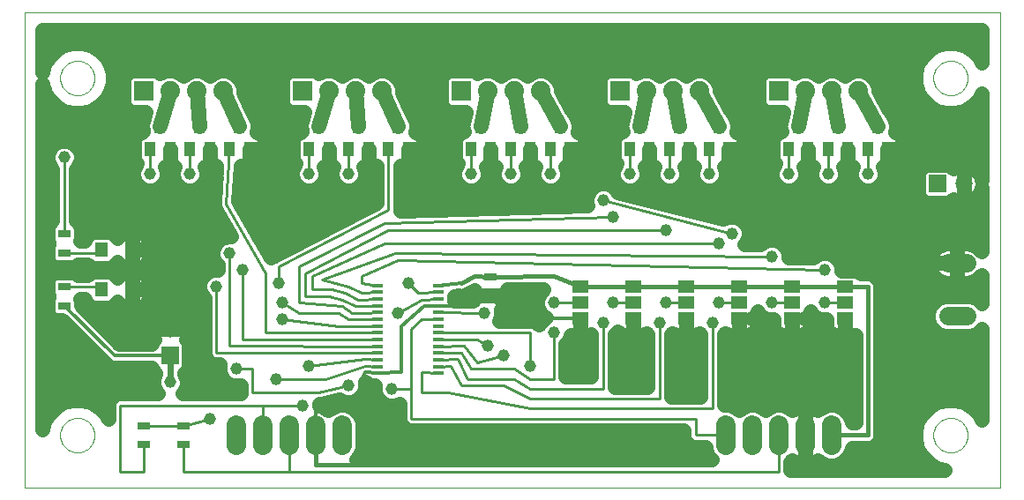
<source format=gtl>
G75*
G70*
%OFA0B0*%
%FSLAX24Y24*%
%IPPOS*%
%LPD*%
%AMOC8*
5,1,8,0,0,1.08239X$1,22.5*
%
%ADD10C,0.0000*%
%ADD11R,0.0390X0.0120*%
%ADD12R,0.0472X0.0315*%
%ADD13C,0.0650*%
%ADD14R,0.0650X0.0650*%
%ADD15C,0.0740*%
%ADD16R,0.0630X0.0460*%
%ADD17R,0.0394X0.0551*%
%ADD18R,0.0740X0.0740*%
%ADD19C,0.0740*%
%ADD20C,0.0710*%
%ADD21R,0.0472X0.0551*%
%ADD22C,0.0560*%
%ADD23C,0.0120*%
%ADD24C,0.0460*%
%ADD25C,0.0100*%
%ADD26C,0.0160*%
%ADD27C,0.0240*%
D10*
X000100Y000100D02*
X000100Y018096D01*
X036970Y018096D01*
X036970Y000100D01*
X000100Y000100D01*
X001450Y002100D02*
X001452Y002150D01*
X001458Y002200D01*
X001468Y002250D01*
X001481Y002298D01*
X001498Y002346D01*
X001519Y002392D01*
X001543Y002436D01*
X001571Y002478D01*
X001602Y002518D01*
X001636Y002555D01*
X001673Y002590D01*
X001712Y002621D01*
X001753Y002650D01*
X001797Y002675D01*
X001843Y002697D01*
X001890Y002715D01*
X001938Y002729D01*
X001987Y002740D01*
X002037Y002747D01*
X002087Y002750D01*
X002138Y002749D01*
X002188Y002744D01*
X002238Y002735D01*
X002286Y002723D01*
X002334Y002706D01*
X002380Y002686D01*
X002425Y002663D01*
X002468Y002636D01*
X002508Y002606D01*
X002546Y002573D01*
X002581Y002537D01*
X002614Y002498D01*
X002643Y002457D01*
X002669Y002414D01*
X002692Y002369D01*
X002711Y002322D01*
X002726Y002274D01*
X002738Y002225D01*
X002746Y002175D01*
X002750Y002125D01*
X002750Y002075D01*
X002746Y002025D01*
X002738Y001975D01*
X002726Y001926D01*
X002711Y001878D01*
X002692Y001831D01*
X002669Y001786D01*
X002643Y001743D01*
X002614Y001702D01*
X002581Y001663D01*
X002546Y001627D01*
X002508Y001594D01*
X002468Y001564D01*
X002425Y001537D01*
X002380Y001514D01*
X002334Y001494D01*
X002286Y001477D01*
X002238Y001465D01*
X002188Y001456D01*
X002138Y001451D01*
X002087Y001450D01*
X002037Y001453D01*
X001987Y001460D01*
X001938Y001471D01*
X001890Y001485D01*
X001843Y001503D01*
X001797Y001525D01*
X001753Y001550D01*
X001712Y001579D01*
X001673Y001610D01*
X001636Y001645D01*
X001602Y001682D01*
X001571Y001722D01*
X001543Y001764D01*
X001519Y001808D01*
X001498Y001854D01*
X001481Y001902D01*
X001468Y001950D01*
X001458Y002000D01*
X001452Y002050D01*
X001450Y002100D01*
X001450Y015600D02*
X001452Y015650D01*
X001458Y015700D01*
X001468Y015750D01*
X001481Y015798D01*
X001498Y015846D01*
X001519Y015892D01*
X001543Y015936D01*
X001571Y015978D01*
X001602Y016018D01*
X001636Y016055D01*
X001673Y016090D01*
X001712Y016121D01*
X001753Y016150D01*
X001797Y016175D01*
X001843Y016197D01*
X001890Y016215D01*
X001938Y016229D01*
X001987Y016240D01*
X002037Y016247D01*
X002087Y016250D01*
X002138Y016249D01*
X002188Y016244D01*
X002238Y016235D01*
X002286Y016223D01*
X002334Y016206D01*
X002380Y016186D01*
X002425Y016163D01*
X002468Y016136D01*
X002508Y016106D01*
X002546Y016073D01*
X002581Y016037D01*
X002614Y015998D01*
X002643Y015957D01*
X002669Y015914D01*
X002692Y015869D01*
X002711Y015822D01*
X002726Y015774D01*
X002738Y015725D01*
X002746Y015675D01*
X002750Y015625D01*
X002750Y015575D01*
X002746Y015525D01*
X002738Y015475D01*
X002726Y015426D01*
X002711Y015378D01*
X002692Y015331D01*
X002669Y015286D01*
X002643Y015243D01*
X002614Y015202D01*
X002581Y015163D01*
X002546Y015127D01*
X002508Y015094D01*
X002468Y015064D01*
X002425Y015037D01*
X002380Y015014D01*
X002334Y014994D01*
X002286Y014977D01*
X002238Y014965D01*
X002188Y014956D01*
X002138Y014951D01*
X002087Y014950D01*
X002037Y014953D01*
X001987Y014960D01*
X001938Y014971D01*
X001890Y014985D01*
X001843Y015003D01*
X001797Y015025D01*
X001753Y015050D01*
X001712Y015079D01*
X001673Y015110D01*
X001636Y015145D01*
X001602Y015182D01*
X001571Y015222D01*
X001543Y015264D01*
X001519Y015308D01*
X001498Y015354D01*
X001481Y015402D01*
X001468Y015450D01*
X001458Y015500D01*
X001452Y015550D01*
X001450Y015600D01*
X034450Y015600D02*
X034452Y015650D01*
X034458Y015700D01*
X034468Y015750D01*
X034481Y015798D01*
X034498Y015846D01*
X034519Y015892D01*
X034543Y015936D01*
X034571Y015978D01*
X034602Y016018D01*
X034636Y016055D01*
X034673Y016090D01*
X034712Y016121D01*
X034753Y016150D01*
X034797Y016175D01*
X034843Y016197D01*
X034890Y016215D01*
X034938Y016229D01*
X034987Y016240D01*
X035037Y016247D01*
X035087Y016250D01*
X035138Y016249D01*
X035188Y016244D01*
X035238Y016235D01*
X035286Y016223D01*
X035334Y016206D01*
X035380Y016186D01*
X035425Y016163D01*
X035468Y016136D01*
X035508Y016106D01*
X035546Y016073D01*
X035581Y016037D01*
X035614Y015998D01*
X035643Y015957D01*
X035669Y015914D01*
X035692Y015869D01*
X035711Y015822D01*
X035726Y015774D01*
X035738Y015725D01*
X035746Y015675D01*
X035750Y015625D01*
X035750Y015575D01*
X035746Y015525D01*
X035738Y015475D01*
X035726Y015426D01*
X035711Y015378D01*
X035692Y015331D01*
X035669Y015286D01*
X035643Y015243D01*
X035614Y015202D01*
X035581Y015163D01*
X035546Y015127D01*
X035508Y015094D01*
X035468Y015064D01*
X035425Y015037D01*
X035380Y015014D01*
X035334Y014994D01*
X035286Y014977D01*
X035238Y014965D01*
X035188Y014956D01*
X035138Y014951D01*
X035087Y014950D01*
X035037Y014953D01*
X034987Y014960D01*
X034938Y014971D01*
X034890Y014985D01*
X034843Y015003D01*
X034797Y015025D01*
X034753Y015050D01*
X034712Y015079D01*
X034673Y015110D01*
X034636Y015145D01*
X034602Y015182D01*
X034571Y015222D01*
X034543Y015264D01*
X034519Y015308D01*
X034498Y015354D01*
X034481Y015402D01*
X034468Y015450D01*
X034458Y015500D01*
X034452Y015550D01*
X034450Y015600D01*
X034450Y002100D02*
X034452Y002150D01*
X034458Y002200D01*
X034468Y002250D01*
X034481Y002298D01*
X034498Y002346D01*
X034519Y002392D01*
X034543Y002436D01*
X034571Y002478D01*
X034602Y002518D01*
X034636Y002555D01*
X034673Y002590D01*
X034712Y002621D01*
X034753Y002650D01*
X034797Y002675D01*
X034843Y002697D01*
X034890Y002715D01*
X034938Y002729D01*
X034987Y002740D01*
X035037Y002747D01*
X035087Y002750D01*
X035138Y002749D01*
X035188Y002744D01*
X035238Y002735D01*
X035286Y002723D01*
X035334Y002706D01*
X035380Y002686D01*
X035425Y002663D01*
X035468Y002636D01*
X035508Y002606D01*
X035546Y002573D01*
X035581Y002537D01*
X035614Y002498D01*
X035643Y002457D01*
X035669Y002414D01*
X035692Y002369D01*
X035711Y002322D01*
X035726Y002274D01*
X035738Y002225D01*
X035746Y002175D01*
X035750Y002125D01*
X035750Y002075D01*
X035746Y002025D01*
X035738Y001975D01*
X035726Y001926D01*
X035711Y001878D01*
X035692Y001831D01*
X035669Y001786D01*
X035643Y001743D01*
X035614Y001702D01*
X035581Y001663D01*
X035546Y001627D01*
X035508Y001594D01*
X035468Y001564D01*
X035425Y001537D01*
X035380Y001514D01*
X035334Y001494D01*
X035286Y001477D01*
X035238Y001465D01*
X035188Y001456D01*
X035138Y001451D01*
X035087Y001450D01*
X035037Y001453D01*
X034987Y001460D01*
X034938Y001471D01*
X034890Y001485D01*
X034843Y001503D01*
X034797Y001525D01*
X034753Y001550D01*
X034712Y001579D01*
X034673Y001610D01*
X034636Y001645D01*
X034602Y001682D01*
X034571Y001722D01*
X034543Y001764D01*
X034519Y001808D01*
X034498Y001854D01*
X034481Y001902D01*
X034468Y001950D01*
X034458Y002000D01*
X034452Y002050D01*
X034450Y002100D01*
D11*
X015749Y004437D03*
X015749Y004693D03*
X015749Y004948D03*
X015749Y005204D03*
X015749Y005460D03*
X015749Y005716D03*
X015749Y005972D03*
X015749Y006228D03*
X015749Y006484D03*
X015749Y006740D03*
X015749Y006996D03*
X015749Y007252D03*
X015749Y007507D03*
X015749Y007763D03*
X013451Y007763D03*
X013451Y007507D03*
X013451Y007252D03*
X013451Y006996D03*
X013451Y006740D03*
X013451Y006484D03*
X013451Y006228D03*
X013451Y005972D03*
X013451Y005716D03*
X013451Y005460D03*
X013451Y005204D03*
X013451Y004948D03*
X013451Y004693D03*
X013451Y004437D03*
D12*
X017725Y007371D03*
X017725Y008079D03*
X006100Y002454D03*
X004600Y002454D03*
X004600Y001746D03*
X006100Y001746D03*
X001600Y006996D03*
X001600Y007704D03*
X001600Y008996D03*
X001600Y009704D03*
D13*
X005600Y006100D03*
X035600Y011600D03*
D14*
X034600Y011600D03*
X005600Y005100D03*
D15*
X008100Y002470D02*
X008100Y001730D01*
X009100Y001730D02*
X009100Y002470D01*
X010100Y002470D02*
X010100Y001730D01*
X011100Y001730D02*
X011100Y002470D01*
X012100Y002470D02*
X012100Y001730D01*
X026600Y001730D02*
X026600Y002470D01*
X027600Y002470D02*
X027600Y001730D01*
X028600Y001730D02*
X028600Y002470D01*
X029600Y002470D02*
X029600Y001730D01*
X030600Y001730D02*
X030600Y002470D01*
D16*
X031100Y006500D03*
X031100Y007100D03*
X031100Y007700D03*
X029100Y007700D03*
X029100Y007100D03*
X029100Y006500D03*
X027100Y006500D03*
X027100Y007100D03*
X027100Y007700D03*
X025100Y007700D03*
X025100Y007100D03*
X025100Y006500D03*
X023100Y006500D03*
X023100Y007100D03*
X023100Y007700D03*
X021100Y007700D03*
X021100Y007100D03*
X021100Y006500D03*
D17*
X020724Y012917D03*
X019976Y012917D03*
X019224Y012917D03*
X018476Y012917D03*
X017724Y012917D03*
X016976Y012917D03*
X017350Y013783D03*
X018850Y013783D03*
X020350Y013783D03*
X022976Y012917D03*
X023724Y012917D03*
X024476Y012917D03*
X025224Y012917D03*
X025976Y012917D03*
X026724Y012917D03*
X026350Y013783D03*
X024850Y013783D03*
X023350Y013783D03*
X028976Y012917D03*
X029724Y012917D03*
X030476Y012917D03*
X031224Y012917D03*
X031976Y012917D03*
X032724Y012917D03*
X032350Y013783D03*
X030850Y013783D03*
X029350Y013783D03*
X014599Y012917D03*
X013851Y012917D03*
X013099Y012917D03*
X012351Y012917D03*
X011599Y012917D03*
X010851Y012917D03*
X011225Y013783D03*
X012725Y013783D03*
X014225Y013783D03*
X008599Y012917D03*
X007851Y012917D03*
X007099Y012917D03*
X006351Y012917D03*
X005599Y012917D03*
X004851Y012917D03*
X005225Y013783D03*
X006725Y013783D03*
X008225Y013783D03*
D18*
X010600Y015100D03*
X004600Y015100D03*
X016600Y015100D03*
X022600Y015100D03*
X028600Y015100D03*
D19*
X029600Y015100D03*
X030600Y015100D03*
X031600Y015100D03*
X025600Y015100D03*
X024600Y015100D03*
X023600Y015100D03*
X019600Y015100D03*
X018600Y015100D03*
X017600Y015100D03*
X013600Y015100D03*
X012600Y015100D03*
X011600Y015100D03*
X007600Y015100D03*
X006600Y015100D03*
X005600Y015100D03*
D20*
X034995Y008600D02*
X035705Y008600D01*
X035705Y006600D02*
X034995Y006600D01*
D21*
X004191Y007600D03*
X003009Y007600D03*
X003009Y009100D03*
X004191Y009100D03*
D22*
X004807Y009100D01*
X004807Y009413D01*
X004792Y009486D01*
X004764Y009556D01*
X004722Y009618D01*
X004669Y009671D01*
X004607Y009712D01*
X004538Y009741D01*
X004464Y009756D01*
X004191Y009756D01*
X004191Y009100D01*
X004191Y009100D01*
X004807Y009100D01*
X004807Y008787D01*
X004792Y008714D01*
X004764Y008644D01*
X004722Y008582D01*
X004669Y008529D01*
X004607Y008488D01*
X004538Y008459D01*
X004464Y008444D01*
X004191Y008444D01*
X004191Y009100D01*
X004191Y009100D01*
X004191Y009100D01*
X004191Y009756D01*
X003917Y009756D01*
X003843Y009741D01*
X003774Y009712D01*
X003712Y009671D01*
X003659Y009618D01*
X003618Y009556D01*
X003611Y009539D01*
X003585Y009602D01*
X003472Y009715D01*
X003325Y009776D01*
X002694Y009776D01*
X002547Y009715D01*
X002434Y009602D01*
X002373Y009455D01*
X002373Y009446D01*
X002227Y009446D01*
X002236Y009467D01*
X002236Y009941D01*
X002175Y010088D01*
X002063Y010201D01*
X002050Y010206D01*
X002050Y012159D01*
X002134Y012243D01*
X002230Y012475D01*
X002230Y012725D01*
X002134Y012957D01*
X001957Y013134D01*
X001725Y013230D01*
X001475Y013230D01*
X001243Y013134D01*
X001066Y012957D01*
X000970Y012725D01*
X000970Y012475D01*
X001066Y012243D01*
X001150Y012159D01*
X001150Y010206D01*
X001137Y010201D01*
X001025Y010088D01*
X000964Y009941D01*
X000964Y009467D01*
X001012Y009350D01*
X000964Y009233D01*
X000964Y008759D01*
X001025Y008612D01*
X001137Y008499D01*
X001284Y008438D01*
X001916Y008438D01*
X002063Y008499D01*
X002109Y008546D01*
X002486Y008546D01*
X002547Y008485D01*
X002694Y008424D01*
X003325Y008424D01*
X003472Y008485D01*
X003585Y008598D01*
X003611Y008661D01*
X003618Y008644D01*
X003659Y008582D01*
X003712Y008529D01*
X003774Y008488D01*
X003843Y008459D01*
X003917Y008444D01*
X004191Y008444D01*
X004191Y009100D01*
X004191Y009036D02*
X004191Y009036D01*
X004807Y009036D02*
X007220Y009036D01*
X007220Y009100D02*
X007220Y008850D01*
X007316Y008618D01*
X007400Y008534D01*
X007400Y008355D01*
X007225Y008355D01*
X006993Y008259D01*
X006816Y008082D01*
X006720Y007850D01*
X006720Y007600D01*
X006816Y007368D01*
X006900Y007284D01*
X006900Y005226D01*
X006900Y005137D01*
X006900Y005136D01*
X006900Y005135D01*
X006934Y005053D01*
X006968Y004971D01*
X006969Y004970D01*
X007031Y004907D01*
X007094Y004844D01*
X007095Y004844D01*
X007095Y004844D01*
X007177Y004809D01*
X007259Y004775D01*
X007260Y004775D01*
X007260Y004775D01*
X007349Y004775D01*
X007490Y004775D01*
X007470Y004725D01*
X007470Y004475D01*
X007566Y004243D01*
X007743Y004066D01*
X007975Y003970D01*
X008225Y003970D01*
X008275Y003991D01*
X008275Y003675D01*
X006066Y003675D01*
X006134Y003743D01*
X006230Y003975D01*
X006230Y004225D01*
X006144Y004433D01*
X006152Y004436D01*
X006264Y004548D01*
X006325Y004695D01*
X006325Y005505D01*
X006264Y005652D01*
X006195Y005721D01*
X006234Y005788D01*
X006269Y005873D01*
X006293Y005962D01*
X006305Y006054D01*
X006305Y006100D01*
X006305Y006146D01*
X006293Y006238D01*
X006269Y006327D01*
X006234Y006412D01*
X006187Y006493D01*
X006131Y006566D01*
X006066Y006631D01*
X005993Y006687D01*
X005912Y006734D01*
X005827Y006769D01*
X005738Y006793D01*
X005646Y006805D01*
X005600Y006805D01*
X005600Y006100D01*
X005600Y006100D01*
X006305Y006100D01*
X005600Y006100D01*
X005600Y006100D01*
X005600Y006100D01*
X004895Y006100D01*
X004895Y006146D01*
X004907Y006238D01*
X004931Y006327D01*
X004966Y006412D01*
X005013Y006493D01*
X005069Y006566D01*
X005134Y006631D01*
X005207Y006687D01*
X005288Y006734D01*
X005373Y006769D01*
X005462Y006793D01*
X005554Y006805D01*
X005600Y006805D01*
X005600Y006100D01*
X004895Y006100D01*
X004895Y006054D01*
X004907Y005962D01*
X004931Y005873D01*
X004966Y005788D01*
X005005Y005721D01*
X004936Y005652D01*
X004898Y005560D01*
X003686Y005560D01*
X002236Y007010D01*
X002236Y007233D01*
X002227Y007254D01*
X002373Y007254D01*
X002373Y007245D01*
X002434Y007098D01*
X002547Y006985D01*
X002694Y006924D01*
X003325Y006924D01*
X003472Y006985D01*
X003585Y007098D01*
X003611Y007161D01*
X003618Y007144D01*
X003659Y007082D01*
X003712Y007029D01*
X003774Y006988D01*
X003843Y006959D01*
X003917Y006944D01*
X004191Y006944D01*
X004464Y006944D01*
X004538Y006959D01*
X004607Y006988D01*
X004669Y007029D01*
X004722Y007082D01*
X004764Y007144D01*
X004792Y007214D01*
X004807Y007287D01*
X004807Y007600D01*
X004807Y007913D01*
X004792Y007986D01*
X004764Y008056D01*
X004722Y008118D01*
X004669Y008171D01*
X004607Y008212D01*
X004538Y008241D01*
X004464Y008256D01*
X004191Y008256D01*
X004191Y007600D01*
X004807Y007600D01*
X004191Y007600D01*
X004191Y007600D01*
X004191Y007600D01*
X004191Y006944D01*
X004191Y007600D01*
X004191Y007600D01*
X004191Y008256D01*
X003917Y008256D01*
X003843Y008241D01*
X003774Y008212D01*
X003712Y008171D01*
X003659Y008118D01*
X003618Y008056D01*
X003611Y008039D01*
X003585Y008102D01*
X003472Y008215D01*
X003325Y008276D01*
X002694Y008276D01*
X002547Y008215D01*
X002486Y008154D01*
X002109Y008154D01*
X002063Y008201D01*
X001916Y008262D01*
X001284Y008262D01*
X001137Y008201D01*
X001025Y008088D01*
X000964Y007941D01*
X000964Y007467D01*
X001012Y007350D01*
X000964Y007233D01*
X000964Y006759D01*
X001025Y006612D01*
X001137Y006499D01*
X001284Y006438D01*
X001507Y006438D01*
X003235Y004710D01*
X003404Y004640D01*
X004898Y004640D01*
X004936Y004548D01*
X005048Y004436D01*
X005056Y004433D01*
X004970Y004225D01*
X004970Y003975D01*
X005066Y003743D01*
X005134Y003675D01*
X003635Y003675D01*
X003470Y003606D01*
X003344Y003480D01*
X003275Y003315D01*
X003275Y002725D01*
X003164Y002917D01*
X002917Y003164D01*
X002613Y003339D01*
X002275Y003430D01*
X001925Y003430D01*
X001587Y003339D01*
X001283Y003164D01*
X001036Y002917D01*
X000861Y002613D01*
X000780Y002312D01*
X000780Y015388D01*
X000861Y015087D01*
X001036Y014783D01*
X001283Y014536D01*
X001587Y014361D01*
X001925Y014270D01*
X002275Y014270D01*
X002613Y014361D01*
X002917Y014536D01*
X003164Y014783D01*
X003339Y015087D01*
X003430Y015425D01*
X003430Y015775D01*
X003339Y016113D01*
X003164Y016417D01*
X002917Y016664D01*
X002613Y016839D01*
X002275Y016930D01*
X001925Y016930D01*
X001587Y016839D01*
X001283Y016664D01*
X001036Y016417D01*
X000861Y016113D01*
X000780Y015812D01*
X000780Y017416D01*
X036290Y017416D01*
X036290Y016199D01*
X036164Y016417D01*
X035917Y016664D01*
X035613Y016839D01*
X035275Y016930D01*
X034925Y016930D01*
X034587Y016839D01*
X034283Y016664D01*
X034036Y016417D01*
X033861Y016113D01*
X033770Y015775D01*
X033770Y015425D01*
X033861Y015087D01*
X034036Y014783D01*
X034283Y014536D01*
X034587Y014361D01*
X034925Y014270D01*
X035275Y014270D01*
X035613Y014361D01*
X035917Y014536D01*
X036164Y014783D01*
X036290Y015001D01*
X036290Y011748D01*
X036269Y011827D01*
X036234Y011912D01*
X036187Y011993D01*
X036131Y012066D01*
X036066Y012131D01*
X035993Y012187D01*
X035912Y012234D01*
X035827Y012269D01*
X035738Y012293D01*
X035646Y012305D01*
X035600Y012305D01*
X035600Y011600D01*
X035600Y011600D01*
X035600Y010895D01*
X035646Y010895D01*
X035738Y010907D01*
X035827Y010931D01*
X035912Y010966D01*
X035993Y011013D01*
X036066Y011069D01*
X036131Y011134D01*
X036187Y011207D01*
X036234Y011288D01*
X036269Y011373D01*
X036290Y011452D01*
X036290Y009045D01*
X036259Y009086D01*
X036191Y009154D01*
X036114Y009212D01*
X036031Y009261D01*
X035942Y009297D01*
X035849Y009322D01*
X035753Y009335D01*
X035350Y009335D01*
X035350Y008600D01*
X035350Y008600D01*
X035350Y007865D01*
X035753Y007865D01*
X035849Y007878D01*
X035942Y007903D01*
X036031Y007939D01*
X036114Y007988D01*
X036191Y008046D01*
X036259Y008114D01*
X036290Y008155D01*
X036290Y007083D01*
X036133Y007240D01*
X035855Y007355D01*
X034845Y007355D01*
X034567Y007240D01*
X034355Y007028D01*
X034240Y006750D01*
X034240Y006450D01*
X034355Y006172D01*
X034567Y005960D01*
X034845Y005845D01*
X035855Y005845D01*
X036133Y005960D01*
X036290Y006117D01*
X036290Y002699D01*
X036164Y002917D01*
X035917Y003164D01*
X035613Y003339D01*
X035275Y003430D01*
X034925Y003430D01*
X034587Y003339D01*
X034283Y003164D01*
X034036Y002917D01*
X033861Y002613D01*
X033770Y002275D01*
X033770Y001925D01*
X033861Y001587D01*
X034036Y001283D01*
X034283Y001036D01*
X034587Y000861D01*
X034888Y000780D01*
X029050Y000780D01*
X029050Y001091D01*
X029115Y001156D01*
X029182Y001105D01*
X029268Y001056D01*
X029358Y001018D01*
X029453Y000993D01*
X029551Y000980D01*
X029600Y000980D01*
X029649Y000980D01*
X029747Y000993D01*
X029842Y001018D01*
X029932Y001056D01*
X030018Y001105D01*
X030085Y001156D01*
X030164Y001077D01*
X030447Y000960D01*
X030753Y000960D01*
X031036Y001077D01*
X031253Y001294D01*
X031370Y001577D01*
X031370Y001620D01*
X032070Y001620D01*
X032247Y001693D01*
X032382Y001828D01*
X032455Y002005D01*
X032455Y007820D01*
X032382Y007997D01*
X032247Y008132D01*
X032070Y008205D01*
X031706Y008205D01*
X031642Y008269D01*
X031495Y008330D01*
X030980Y008330D01*
X030980Y008475D01*
X030884Y008707D01*
X030707Y008884D01*
X030475Y008980D01*
X030225Y008980D01*
X029993Y008884D01*
X029919Y008810D01*
X028980Y008832D01*
X028980Y008975D01*
X028884Y009207D01*
X028707Y009384D01*
X028475Y009480D01*
X028225Y009480D01*
X027993Y009384D01*
X027913Y009304D01*
X027325Y009309D01*
X027384Y009368D01*
X027480Y009600D01*
X027480Y009850D01*
X027384Y010082D01*
X027207Y010259D01*
X026975Y010355D01*
X026725Y010355D01*
X026526Y010273D01*
X022523Y011299D01*
X022509Y011332D01*
X022332Y011509D01*
X022100Y011605D01*
X021850Y011605D01*
X021618Y011509D01*
X021441Y011332D01*
X021345Y011100D01*
X021345Y010850D01*
X021377Y010772D01*
X014304Y010567D01*
X014300Y010619D01*
X014301Y012274D01*
X014365Y012261D01*
X014599Y012261D01*
X014599Y012917D01*
X015176Y012917D01*
X015176Y013230D01*
X015161Y013303D01*
X015133Y013373D01*
X015091Y013435D01*
X015038Y013488D01*
X014976Y013529D01*
X014907Y013558D01*
X014869Y013565D01*
X014911Y013682D01*
X014897Y013952D01*
X014822Y014111D01*
X014822Y014138D01*
X014761Y014285D01*
X014720Y014326D01*
X014370Y015064D01*
X014370Y015253D01*
X014253Y015536D01*
X014036Y015753D01*
X013753Y015870D01*
X013447Y015870D01*
X013164Y015753D01*
X013100Y015689D01*
X013036Y015753D01*
X012753Y015870D01*
X012447Y015870D01*
X012164Y015753D01*
X012100Y015689D01*
X012036Y015753D01*
X011753Y015870D01*
X011447Y015870D01*
X011227Y015779D01*
X011197Y015809D01*
X011050Y015870D01*
X010150Y015870D01*
X010003Y015809D01*
X009891Y015697D01*
X009830Y015550D01*
X009830Y014650D01*
X009891Y014503D01*
X010003Y014391D01*
X010150Y014330D01*
X010674Y014330D01*
X010534Y013839D01*
X010563Y013588D01*
X010428Y013532D01*
X010315Y013419D01*
X010254Y013272D01*
X010254Y012562D01*
X010315Y012415D01*
X010357Y012373D01*
X010316Y012332D01*
X010220Y012100D01*
X010220Y011850D01*
X010316Y011618D01*
X010493Y011441D01*
X010725Y011345D01*
X010975Y011345D01*
X011207Y011441D01*
X011384Y011618D01*
X011480Y011850D01*
X011480Y012100D01*
X011413Y012261D01*
X011599Y012261D01*
X011599Y012917D01*
X011599Y012917D01*
X011599Y012261D01*
X011787Y012261D01*
X011720Y012100D01*
X011720Y011850D01*
X011816Y011618D01*
X011993Y011441D01*
X012225Y011345D01*
X012475Y011345D01*
X012707Y011441D01*
X012884Y011618D01*
X012980Y011850D01*
X012980Y012100D01*
X012913Y012261D01*
X013099Y012261D01*
X013099Y012917D01*
X013099Y012917D01*
X013099Y012261D01*
X013333Y012261D01*
X013401Y012275D01*
X013400Y010874D01*
X009536Y008884D01*
X009470Y008856D01*
X009456Y008843D01*
X009439Y008834D01*
X009413Y008803D01*
X008182Y010957D01*
X008263Y012287D01*
X008291Y012276D01*
X008365Y012261D01*
X008599Y012261D01*
X008599Y012917D01*
X009176Y012917D01*
X009176Y013230D01*
X009161Y013303D01*
X009133Y013373D01*
X009091Y013435D01*
X009038Y013488D01*
X008976Y013529D01*
X008907Y013558D01*
X008869Y013565D01*
X008911Y013682D01*
X008897Y013952D01*
X008822Y014111D01*
X008822Y014138D01*
X008761Y014285D01*
X008720Y014326D01*
X008370Y015064D01*
X008370Y015253D01*
X008253Y015536D01*
X008036Y015753D01*
X007753Y015870D01*
X007447Y015870D01*
X007164Y015753D01*
X007100Y015689D01*
X007036Y015753D01*
X006753Y015870D01*
X006447Y015870D01*
X006164Y015753D01*
X006100Y015689D01*
X006036Y015753D01*
X005753Y015870D01*
X005447Y015870D01*
X005227Y015779D01*
X005197Y015809D01*
X005050Y015870D01*
X004150Y015870D01*
X004003Y015809D01*
X003891Y015697D01*
X003830Y015550D01*
X003830Y014650D01*
X003891Y014503D01*
X004003Y014391D01*
X004150Y014330D01*
X004674Y014330D01*
X004534Y013839D01*
X004563Y013588D01*
X004428Y013532D01*
X004315Y013419D01*
X004254Y013272D01*
X004254Y012562D01*
X004315Y012415D01*
X004357Y012373D01*
X004316Y012332D01*
X004220Y012100D01*
X004220Y011850D01*
X004316Y011618D01*
X004493Y011441D01*
X004725Y011345D01*
X004975Y011345D01*
X005207Y011441D01*
X005384Y011618D01*
X005480Y011850D01*
X005480Y012100D01*
X005413Y012261D01*
X005599Y012261D01*
X005599Y012917D01*
X005599Y012917D01*
X005599Y012261D01*
X005787Y012261D01*
X005720Y012100D01*
X005720Y011850D01*
X005816Y011618D01*
X005993Y011441D01*
X006225Y011345D01*
X006475Y011345D01*
X006707Y011441D01*
X006884Y011618D01*
X006980Y011850D01*
X006980Y012100D01*
X006913Y012261D01*
X007099Y012261D01*
X007099Y012917D01*
X007099Y012917D01*
X007099Y012261D01*
X007333Y012261D01*
X007361Y012267D01*
X007279Y010924D01*
X007267Y010882D01*
X007273Y010835D01*
X007270Y010788D01*
X007284Y010747D01*
X007290Y010704D01*
X007313Y010663D01*
X007329Y010619D01*
X007357Y010586D01*
X007918Y009605D01*
X007725Y009605D01*
X007493Y009509D01*
X007316Y009332D01*
X007220Y009100D01*
X007699Y009595D02*
X004738Y009595D01*
X004191Y009595D02*
X004191Y009595D01*
X003644Y009595D02*
X003588Y009595D01*
X002431Y009595D02*
X002236Y009595D01*
X002111Y010153D02*
X007605Y010153D01*
X007289Y010712D02*
X002050Y010712D01*
X001150Y010712D02*
X000780Y010712D01*
X000780Y011270D02*
X001150Y011270D01*
X002050Y011270D02*
X007300Y011270D01*
X008201Y011270D02*
X013400Y011270D01*
X014300Y011270D02*
X021415Y011270D01*
X022441Y011618D02*
X022618Y011441D01*
X022850Y011345D01*
X023100Y011345D01*
X023332Y011441D01*
X023509Y011618D01*
X023605Y011850D01*
X023605Y012100D01*
X023538Y012261D01*
X023724Y012261D01*
X023724Y012917D01*
X023724Y012917D01*
X023724Y012261D01*
X023912Y012261D01*
X023845Y012100D01*
X023845Y011850D01*
X023941Y011618D01*
X024118Y011441D01*
X024350Y011345D01*
X024600Y011345D01*
X024832Y011441D01*
X025009Y011618D01*
X025105Y011850D01*
X025105Y012100D01*
X025038Y012261D01*
X025224Y012261D01*
X025224Y012917D01*
X025224Y012917D01*
X025224Y012261D01*
X025412Y012261D01*
X025345Y012100D01*
X025345Y011850D01*
X025441Y011618D01*
X025618Y011441D01*
X025850Y011345D01*
X026100Y011345D01*
X026332Y011441D01*
X026509Y011618D01*
X026605Y011850D01*
X026605Y012100D01*
X026538Y012261D01*
X026724Y012261D01*
X026724Y012917D01*
X027301Y012917D01*
X027301Y013230D01*
X027286Y013303D01*
X027258Y013373D01*
X027216Y013435D01*
X027163Y013488D01*
X027101Y013529D01*
X027032Y013558D01*
X026995Y013565D01*
X027042Y013734D01*
X027008Y014002D01*
X026947Y014109D01*
X026947Y014138D01*
X026886Y014285D01*
X026794Y014377D01*
X026370Y015122D01*
X026370Y015253D01*
X026253Y015536D01*
X026036Y015753D01*
X025753Y015870D01*
X025447Y015870D01*
X025164Y015753D01*
X025100Y015689D01*
X025036Y015753D01*
X024753Y015870D01*
X024447Y015870D01*
X024164Y015753D01*
X024100Y015689D01*
X024036Y015753D01*
X023753Y015870D01*
X023447Y015870D01*
X023227Y015779D01*
X023197Y015809D01*
X023050Y015870D01*
X022150Y015870D01*
X022003Y015809D01*
X021891Y015697D01*
X021830Y015550D01*
X021830Y014650D01*
X021891Y014503D01*
X022003Y014391D01*
X022150Y014330D01*
X022762Y014330D01*
X022657Y013777D01*
X022695Y013591D01*
X022553Y013532D01*
X022440Y013419D01*
X022379Y013272D01*
X022379Y012562D01*
X022440Y012415D01*
X022482Y012373D01*
X022441Y012332D01*
X022345Y012100D01*
X022345Y011850D01*
X022441Y011618D01*
X022354Y011829D02*
X020596Y011829D01*
X020605Y011850D02*
X020605Y012100D01*
X020538Y012261D01*
X020724Y012261D01*
X020724Y012917D01*
X021301Y012917D01*
X021301Y013230D01*
X021286Y013303D01*
X021258Y013373D01*
X021216Y013435D01*
X021163Y013488D01*
X021101Y013529D01*
X021032Y013558D01*
X020995Y013565D01*
X021042Y013734D01*
X021008Y014002D01*
X020947Y014109D01*
X020947Y014138D01*
X020886Y014285D01*
X020794Y014377D01*
X020370Y015122D01*
X020370Y015253D01*
X020253Y015536D01*
X020036Y015753D01*
X019753Y015870D01*
X019447Y015870D01*
X019164Y015753D01*
X019100Y015689D01*
X019036Y015753D01*
X018753Y015870D01*
X018447Y015870D01*
X018164Y015753D01*
X018100Y015689D01*
X018036Y015753D01*
X017753Y015870D01*
X017447Y015870D01*
X017227Y015779D01*
X017197Y015809D01*
X017050Y015870D01*
X016150Y015870D01*
X016003Y015809D01*
X015891Y015697D01*
X015830Y015550D01*
X015830Y014650D01*
X015891Y014503D01*
X016003Y014391D01*
X016150Y014330D01*
X016762Y014330D01*
X016657Y013777D01*
X016695Y013591D01*
X016553Y013532D01*
X016440Y013419D01*
X016379Y013272D01*
X016379Y012562D01*
X016440Y012415D01*
X016482Y012373D01*
X016441Y012332D01*
X016345Y012100D01*
X016345Y011850D01*
X016441Y011618D01*
X016618Y011441D01*
X016850Y011345D01*
X017100Y011345D01*
X017332Y011441D01*
X017509Y011618D01*
X017605Y011850D01*
X017605Y012100D01*
X017538Y012261D01*
X017724Y012261D01*
X017724Y012917D01*
X017724Y012917D01*
X017724Y012261D01*
X017912Y012261D01*
X017845Y012100D01*
X017845Y011850D01*
X017941Y011618D01*
X018118Y011441D01*
X018350Y011345D01*
X018600Y011345D01*
X018832Y011441D01*
X019009Y011618D01*
X019105Y011850D01*
X019105Y012100D01*
X019038Y012261D01*
X019224Y012261D01*
X019224Y012917D01*
X019224Y012917D01*
X019224Y012261D01*
X019412Y012261D01*
X019345Y012100D01*
X019345Y011850D01*
X019441Y011618D01*
X019618Y011441D01*
X019850Y011345D01*
X020100Y011345D01*
X020332Y011441D01*
X020509Y011618D01*
X020605Y011850D01*
X020724Y012261D02*
X020958Y012261D01*
X021032Y012276D01*
X021101Y012305D01*
X021163Y012346D01*
X021216Y012399D01*
X021258Y012461D01*
X021286Y012530D01*
X021301Y012604D01*
X021301Y012917D01*
X020724Y012917D01*
X020724Y012917D01*
X020724Y012917D01*
X020724Y012261D01*
X020724Y012387D02*
X020724Y012387D01*
X021204Y012387D02*
X022468Y012387D01*
X022379Y012946D02*
X021301Y012946D01*
X021139Y013504D02*
X022525Y013504D01*
X023350Y013783D02*
X023600Y015100D01*
X024600Y015100D02*
X024850Y013783D01*
X026350Y013783D02*
X025600Y015100D01*
X026370Y015180D02*
X027830Y015180D01*
X027830Y015550D02*
X027830Y014650D01*
X027891Y014503D01*
X028003Y014391D01*
X028150Y014330D01*
X028762Y014330D01*
X028657Y013777D01*
X028695Y013591D01*
X028553Y013532D01*
X028440Y013419D01*
X028379Y013272D01*
X028379Y012562D01*
X028440Y012415D01*
X028482Y012373D01*
X028441Y012332D01*
X028345Y012100D01*
X028345Y011850D01*
X028441Y011618D01*
X028618Y011441D01*
X028850Y011345D01*
X029100Y011345D01*
X029332Y011441D01*
X029509Y011618D01*
X029605Y011850D01*
X029605Y012100D01*
X029538Y012261D01*
X029724Y012261D01*
X029724Y012917D01*
X029724Y012917D01*
X029724Y012261D01*
X029912Y012261D01*
X029845Y012100D01*
X029845Y011850D01*
X029941Y011618D01*
X030118Y011441D01*
X030350Y011345D01*
X030600Y011345D01*
X030832Y011441D01*
X031009Y011618D01*
X031105Y011850D01*
X031105Y012100D01*
X031038Y012261D01*
X031224Y012261D01*
X031224Y012917D01*
X031224Y012917D01*
X031224Y012261D01*
X031412Y012261D01*
X031345Y012100D01*
X031345Y011850D01*
X031441Y011618D01*
X031618Y011441D01*
X031850Y011345D01*
X032100Y011345D01*
X032332Y011441D01*
X032509Y011618D01*
X032605Y011850D01*
X032605Y012100D01*
X032538Y012261D01*
X032724Y012261D01*
X032724Y012917D01*
X033301Y012917D01*
X033301Y013230D01*
X033286Y013303D01*
X033258Y013373D01*
X033216Y013435D01*
X033163Y013488D01*
X033101Y013529D01*
X033032Y013558D01*
X032995Y013565D01*
X033042Y013734D01*
X033008Y014002D01*
X032947Y014109D01*
X032947Y014138D01*
X032886Y014285D01*
X032794Y014377D01*
X032370Y015122D01*
X032370Y015253D01*
X032253Y015536D01*
X032036Y015753D01*
X031753Y015870D01*
X031447Y015870D01*
X031164Y015753D01*
X031100Y015689D01*
X031036Y015753D01*
X030753Y015870D01*
X030447Y015870D01*
X030164Y015753D01*
X030100Y015689D01*
X030036Y015753D01*
X029753Y015870D01*
X029447Y015870D01*
X029227Y015779D01*
X029197Y015809D01*
X029050Y015870D01*
X028150Y015870D01*
X028003Y015809D01*
X027891Y015697D01*
X027830Y015550D01*
X027932Y015738D02*
X026051Y015738D01*
X025149Y015738D02*
X025051Y015738D01*
X024149Y015738D02*
X024051Y015738D01*
X021932Y015738D02*
X020051Y015738D01*
X019149Y015738D02*
X019051Y015738D01*
X018149Y015738D02*
X018051Y015738D01*
X017600Y015100D02*
X017350Y013783D01*
X016711Y014063D02*
X014845Y014063D01*
X014225Y013783D02*
X013600Y015100D01*
X014370Y015180D02*
X015830Y015180D01*
X015842Y014621D02*
X014580Y014621D01*
X012725Y013783D02*
X012600Y015100D01*
X011600Y015100D02*
X011225Y013783D01*
X010598Y014063D02*
X008845Y014063D01*
X008225Y013783D02*
X007600Y015100D01*
X008370Y015180D02*
X009830Y015180D01*
X009842Y014621D02*
X008580Y014621D01*
X006725Y013783D02*
X006600Y015100D01*
X005600Y015100D02*
X005225Y013783D01*
X004598Y014063D02*
X000780Y014063D01*
X000780Y014621D02*
X001198Y014621D01*
X000836Y015180D02*
X000780Y015180D01*
X003002Y014621D02*
X003842Y014621D01*
X003830Y015180D02*
X003364Y015180D01*
X003430Y015738D02*
X003932Y015738D01*
X003234Y016297D02*
X033966Y016297D01*
X033770Y015738D02*
X032051Y015738D01*
X031149Y015738D02*
X031051Y015738D01*
X030149Y015738D02*
X030051Y015738D01*
X029600Y015100D02*
X029350Y013783D01*
X028711Y014063D02*
X026973Y014063D01*
X027139Y013504D02*
X028525Y013504D01*
X028379Y012946D02*
X027301Y012946D01*
X027301Y012917D02*
X026724Y012917D01*
X026724Y012917D01*
X026724Y012917D01*
X026724Y012261D01*
X026958Y012261D01*
X027032Y012276D01*
X027101Y012305D01*
X027163Y012346D01*
X027216Y012399D01*
X027258Y012461D01*
X027286Y012530D01*
X027301Y012604D01*
X027301Y012917D01*
X027204Y012387D02*
X028468Y012387D01*
X028354Y011829D02*
X026596Y011829D01*
X026724Y012387D02*
X026724Y012387D01*
X025354Y011829D02*
X025096Y011829D01*
X025224Y012387D02*
X025224Y012387D01*
X023854Y011829D02*
X023596Y011829D01*
X023724Y012387D02*
X023724Y012387D01*
X022636Y011270D02*
X033875Y011270D01*
X033875Y011195D02*
X033936Y011048D01*
X034048Y010936D01*
X034195Y010875D01*
X035005Y010875D01*
X035152Y010936D01*
X035221Y011005D01*
X035288Y010966D01*
X035373Y010931D01*
X035462Y010907D01*
X035554Y010895D01*
X035600Y010895D01*
X035600Y011600D01*
X035600Y011600D01*
X035600Y012305D01*
X035554Y012305D01*
X035462Y012293D01*
X035373Y012269D01*
X035288Y012234D01*
X035221Y012195D01*
X035152Y012264D01*
X035005Y012325D01*
X034195Y012325D01*
X034048Y012264D01*
X033936Y012152D01*
X033875Y012005D01*
X033875Y011195D01*
X033875Y011829D02*
X032596Y011829D01*
X032724Y012261D02*
X032958Y012261D01*
X033032Y012276D01*
X033101Y012305D01*
X033163Y012346D01*
X033216Y012399D01*
X033258Y012461D01*
X033286Y012530D01*
X033301Y012604D01*
X033301Y012917D01*
X032724Y012917D01*
X032724Y012917D01*
X032724Y012917D01*
X032724Y012261D01*
X032724Y012387D02*
X032724Y012387D01*
X033204Y012387D02*
X036290Y012387D01*
X036268Y011829D02*
X036290Y011829D01*
X035600Y011829D02*
X035600Y011829D01*
X035600Y011270D02*
X035600Y011270D01*
X036224Y011270D02*
X036290Y011270D01*
X036290Y010712D02*
X024814Y010712D01*
X027313Y010153D02*
X036290Y010153D01*
X036290Y009595D02*
X027478Y009595D01*
X028955Y009036D02*
X034403Y009036D01*
X034383Y009009D02*
X034334Y008926D01*
X034298Y008837D01*
X034273Y008744D01*
X034260Y008648D01*
X034260Y008600D01*
X035350Y008600D01*
X035350Y008600D01*
X035350Y008600D01*
X035350Y009335D01*
X034947Y009335D01*
X034851Y009322D01*
X034758Y009297D01*
X034669Y009261D01*
X034586Y009212D01*
X034509Y009154D01*
X034441Y009086D01*
X034383Y009009D01*
X034260Y008600D02*
X034260Y008552D01*
X034273Y008456D01*
X034298Y008363D01*
X034334Y008274D01*
X034383Y008191D01*
X034441Y008114D01*
X034509Y008046D01*
X034586Y007988D01*
X034669Y007939D01*
X034758Y007903D01*
X034851Y007878D01*
X034947Y007865D01*
X035350Y007865D01*
X035350Y008600D01*
X034260Y008600D01*
X034270Y008478D02*
X030979Y008478D01*
X032414Y007919D02*
X034718Y007919D01*
X035350Y007919D02*
X035350Y007919D01*
X035982Y007919D02*
X036290Y007919D01*
X036290Y007361D02*
X032455Y007361D01*
X032455Y006802D02*
X034261Y006802D01*
X034325Y006244D02*
X032455Y006244D01*
X032455Y005685D02*
X036290Y005685D01*
X036290Y005127D02*
X032455Y005127D01*
X032455Y004568D02*
X036290Y004568D01*
X036290Y004010D02*
X032455Y004010D01*
X031495Y004010D02*
X026550Y004010D01*
X025650Y004010D02*
X024550Y004010D01*
X024550Y003550D02*
X024550Y005909D01*
X024587Y005946D01*
X024605Y005933D01*
X024674Y005905D01*
X024748Y005890D01*
X025100Y005890D01*
X025452Y005890D01*
X025526Y005905D01*
X025595Y005933D01*
X025613Y005946D01*
X025650Y005909D01*
X025650Y003550D01*
X024550Y003550D01*
X023650Y003925D02*
X022425Y003925D01*
X022425Y005909D01*
X022509Y005993D01*
X022514Y006004D01*
X022543Y005975D01*
X022605Y005933D01*
X022674Y005905D01*
X022748Y005890D01*
X023100Y005890D01*
X023452Y005890D01*
X023526Y005905D01*
X023595Y005933D01*
X023613Y005946D01*
X023650Y005909D01*
X023650Y003925D01*
X023650Y004010D02*
X022425Y004010D01*
X021525Y004300D02*
X020550Y004300D01*
X020550Y005534D01*
X020634Y005618D01*
X020730Y005850D01*
X020730Y005893D01*
X020748Y005890D01*
X021100Y005890D01*
X021452Y005890D01*
X021525Y005904D01*
X021525Y004300D01*
X021525Y004568D02*
X020550Y004568D01*
X020550Y005127D02*
X021525Y005127D01*
X022425Y005127D02*
X023650Y005127D01*
X023650Y005685D02*
X022425Y005685D01*
X023100Y005890D02*
X023100Y006470D01*
X023100Y005890D01*
X023100Y006244D02*
X023100Y006244D01*
X023100Y006470D02*
X023100Y006470D01*
X024550Y005685D02*
X025650Y005685D01*
X025100Y005890D02*
X025100Y006470D01*
X025100Y006470D01*
X025100Y005890D01*
X025100Y006244D02*
X025100Y006244D01*
X026550Y005909D02*
X026587Y005946D01*
X026605Y005933D01*
X026674Y005905D01*
X026748Y005890D01*
X027100Y005890D01*
X027452Y005890D01*
X027526Y005905D01*
X027595Y005933D01*
X027657Y005975D01*
X027710Y006028D01*
X027752Y006090D01*
X027780Y006159D01*
X027795Y006233D01*
X027795Y006500D01*
X027795Y006742D01*
X027806Y006768D01*
X027816Y006743D01*
X027993Y006566D01*
X028225Y006470D01*
X028405Y006470D01*
X028405Y006233D01*
X028420Y006159D01*
X028448Y006090D01*
X028490Y006028D01*
X028543Y005975D01*
X028605Y005933D01*
X028674Y005905D01*
X028748Y005890D01*
X029100Y005890D01*
X029452Y005890D01*
X029526Y005905D01*
X029595Y005933D01*
X029657Y005975D01*
X029710Y006028D01*
X029752Y006090D01*
X029780Y006159D01*
X029795Y006233D01*
X029795Y006500D01*
X029795Y006742D01*
X029806Y006768D01*
X029816Y006743D01*
X029993Y006566D01*
X030225Y006470D01*
X030405Y006470D01*
X030405Y006233D01*
X030420Y006159D01*
X030448Y006090D01*
X030490Y006028D01*
X030543Y005975D01*
X030605Y005933D01*
X030674Y005905D01*
X030748Y005890D01*
X031100Y005890D01*
X031452Y005890D01*
X031495Y005898D01*
X031495Y002580D01*
X031370Y002580D01*
X031370Y002623D01*
X031253Y002906D01*
X031036Y003123D01*
X030753Y003240D01*
X030447Y003240D01*
X030164Y003123D01*
X030085Y003044D01*
X030018Y003095D01*
X029932Y003144D01*
X029842Y003182D01*
X029747Y003207D01*
X029649Y003220D01*
X029600Y003220D01*
X029600Y002100D01*
X029600Y002100D01*
X029600Y003220D01*
X029551Y003220D01*
X029453Y003207D01*
X029358Y003182D01*
X029268Y003144D01*
X029182Y003095D01*
X029115Y003044D01*
X029036Y003123D01*
X028753Y003240D01*
X028447Y003240D01*
X028164Y003123D01*
X028100Y003059D01*
X028036Y003123D01*
X027753Y003240D01*
X027447Y003240D01*
X027164Y003123D01*
X027100Y003059D01*
X027036Y003123D01*
X026753Y003240D01*
X026550Y003240D01*
X026550Y005909D01*
X026550Y005685D02*
X031495Y005685D01*
X031100Y005890D02*
X031100Y006470D01*
X031100Y006470D01*
X031100Y005890D01*
X031100Y006244D02*
X031100Y006244D01*
X030405Y006244D02*
X029795Y006244D01*
X029795Y006500D02*
X029567Y006500D01*
X029795Y006500D01*
X029567Y006500D02*
X029567Y006500D01*
X029100Y006470D02*
X029100Y005890D01*
X029100Y006470D01*
X029100Y006470D01*
X029100Y006244D02*
X029100Y006244D01*
X028405Y006244D02*
X027795Y006244D01*
X027795Y006500D02*
X027567Y006500D01*
X027795Y006500D01*
X027567Y006500D02*
X027567Y006500D01*
X027100Y006470D02*
X027100Y005890D01*
X027100Y006470D01*
X027100Y006470D01*
X027100Y006244D02*
X027100Y006244D01*
X026550Y005127D02*
X031495Y005127D01*
X031495Y004568D02*
X026550Y004568D01*
X025650Y004568D02*
X024550Y004568D01*
X024550Y005127D02*
X025650Y005127D01*
X023650Y004568D02*
X022425Y004568D01*
X021525Y005685D02*
X020662Y005685D01*
X021100Y005890D02*
X021100Y006470D01*
X021100Y005890D01*
X021100Y006244D02*
X021100Y006244D01*
X021100Y006470D02*
X021100Y006470D01*
X019812Y006537D02*
X019743Y006509D01*
X019566Y006332D01*
X019548Y006288D01*
X019544Y006292D01*
X019480Y006356D01*
X019480Y006357D01*
X019398Y006391D01*
X019315Y006425D01*
X019314Y006425D01*
X019224Y006425D01*
X019135Y006425D01*
X018032Y006424D01*
X018105Y006600D01*
X018105Y006850D01*
X018101Y006860D01*
X018141Y006876D01*
X018203Y006918D01*
X018256Y006971D01*
X018298Y007033D01*
X018327Y007102D01*
X018341Y007176D01*
X018341Y007371D01*
X018341Y007566D01*
X018333Y007605D01*
X019726Y007617D01*
X019566Y007457D01*
X019470Y007225D01*
X019470Y006975D01*
X019566Y006743D01*
X019743Y006566D01*
X019812Y006537D01*
X019480Y006357D02*
X019480Y006357D01*
X019314Y006425D02*
X019314Y006425D01*
X019135Y006425D02*
X019135Y006425D01*
X019542Y006802D02*
X018105Y006802D01*
X018341Y007361D02*
X019526Y007361D01*
X018341Y007371D02*
X017725Y007371D01*
X017725Y007371D01*
X017109Y007371D01*
X017109Y007566D01*
X017109Y007568D01*
X016729Y007378D01*
X016539Y007364D01*
X016500Y007377D01*
X016344Y007362D01*
X016344Y007185D01*
X017038Y007179D01*
X017109Y007250D01*
X017109Y007371D01*
X017725Y007371D01*
X017725Y007371D01*
X018341Y007371D01*
X017109Y007361D02*
X016344Y007361D01*
X010916Y009595D02*
X008961Y009595D01*
X008642Y010153D02*
X012000Y010153D01*
X013084Y010712D02*
X008322Y010712D01*
X008235Y011829D02*
X010229Y011829D01*
X010343Y012387D02*
X009079Y012387D01*
X009091Y012399D02*
X009133Y012461D01*
X009161Y012530D01*
X009176Y012604D01*
X009176Y012917D01*
X008599Y012917D01*
X008599Y012917D01*
X008599Y012917D01*
X008599Y012261D01*
X008833Y012261D01*
X008907Y012276D01*
X008976Y012305D01*
X009038Y012346D01*
X009091Y012399D01*
X008599Y012387D02*
X008599Y012387D01*
X009176Y012946D02*
X010254Y012946D01*
X010400Y013504D02*
X009014Y013504D01*
X007099Y012387D02*
X007099Y012387D01*
X006971Y011829D02*
X007334Y011829D01*
X005729Y011829D02*
X005471Y011829D01*
X005599Y012387D02*
X005599Y012387D01*
X004343Y012387D02*
X002194Y012387D01*
X002139Y012946D02*
X004254Y012946D01*
X004400Y013504D02*
X000780Y013504D01*
X000780Y012946D02*
X001061Y012946D01*
X001006Y012387D02*
X000780Y012387D01*
X000780Y011829D02*
X001150Y011829D01*
X002050Y011829D02*
X004229Y011829D01*
X001089Y010153D02*
X000780Y010153D01*
X000780Y009595D02*
X000964Y009595D01*
X000964Y009036D02*
X000780Y009036D01*
X000780Y008478D02*
X001189Y008478D01*
X002011Y008478D02*
X002565Y008478D01*
X003453Y008478D02*
X003799Y008478D01*
X004191Y008478D02*
X004191Y008478D01*
X004582Y008478D02*
X007400Y008478D01*
X006748Y007919D02*
X004806Y007919D01*
X004191Y007919D02*
X004191Y007919D01*
X004191Y007361D02*
X004191Y007361D01*
X004807Y007361D02*
X006824Y007361D01*
X006900Y006802D02*
X005669Y006802D01*
X005600Y006802D02*
X005600Y006802D01*
X005531Y006802D02*
X002444Y006802D01*
X003003Y006244D02*
X004909Y006244D01*
X005600Y006244D02*
X005600Y006244D01*
X006291Y006244D02*
X006900Y006244D01*
X006900Y005685D02*
X006231Y005685D01*
X006325Y005127D02*
X006904Y005127D01*
X006968Y004971D02*
X006968Y004971D01*
X007470Y004568D02*
X006272Y004568D01*
X006230Y004010D02*
X007879Y004010D01*
X004970Y004010D02*
X000780Y004010D01*
X000780Y004568D02*
X004928Y004568D01*
X002819Y005127D02*
X000780Y005127D01*
X000780Y005685D02*
X002260Y005685D01*
X001702Y006244D02*
X000780Y006244D01*
X000780Y006802D02*
X000964Y006802D01*
X001008Y007361D02*
X000780Y007361D01*
X000780Y007919D02*
X000964Y007919D01*
X003561Y005685D02*
X004969Y005685D01*
X003332Y003451D02*
X000780Y003451D01*
X000780Y002893D02*
X001022Y002893D01*
X000786Y002334D02*
X000780Y002334D01*
X003178Y002893D02*
X003275Y002893D01*
X011230Y003209D02*
X011230Y003267D01*
X011235Y003266D01*
X011274Y003275D01*
X011315Y003275D01*
X011361Y003294D01*
X012003Y003437D01*
X012225Y003345D01*
X012475Y003345D01*
X012707Y003441D01*
X012884Y003618D01*
X012980Y003850D01*
X012980Y004100D01*
X012969Y004126D01*
X013014Y004081D01*
X013076Y004040D01*
X013145Y004011D01*
X013219Y003997D01*
X013354Y003997D01*
X013345Y003975D01*
X013345Y003725D01*
X013441Y003493D01*
X013618Y003316D01*
X013850Y003220D01*
X014100Y003220D01*
X014275Y003292D01*
X014275Y002635D01*
X014344Y002470D01*
X014470Y002344D01*
X014635Y002275D01*
X025025Y002275D01*
X025025Y002010D01*
X025094Y001845D01*
X025220Y001719D01*
X025385Y001650D01*
X025830Y001650D01*
X025830Y001577D01*
X025947Y001294D01*
X026066Y001175D01*
X012634Y001175D01*
X012753Y001294D01*
X012870Y001577D01*
X012870Y002623D01*
X012753Y002906D01*
X012536Y003123D01*
X012253Y003240D01*
X011947Y003240D01*
X011664Y003123D01*
X011585Y003044D01*
X011518Y003095D01*
X011432Y003144D01*
X011342Y003182D01*
X011247Y003207D01*
X011230Y003209D01*
X012717Y003451D02*
X013483Y003451D01*
X012758Y002893D02*
X014275Y002893D01*
X014493Y002334D02*
X012870Y002334D01*
X012870Y001776D02*
X025163Y001776D01*
X026024Y001217D02*
X012676Y001217D01*
X012980Y004010D02*
X013154Y004010D01*
X009831Y009036D02*
X009280Y009036D01*
X014300Y010712D02*
X019290Y010712D01*
X019354Y011829D02*
X019096Y011829D01*
X019224Y012387D02*
X019224Y012387D01*
X017854Y011829D02*
X017596Y011829D01*
X017724Y012387D02*
X017724Y012387D01*
X016468Y012387D02*
X015079Y012387D01*
X015091Y012399D02*
X015133Y012461D01*
X015161Y012530D01*
X015176Y012604D01*
X015176Y012917D01*
X014599Y012917D01*
X014599Y012917D01*
X014599Y012917D01*
X014599Y012261D01*
X014833Y012261D01*
X014907Y012276D01*
X014976Y012305D01*
X015038Y012346D01*
X015091Y012399D01*
X014599Y012387D02*
X014599Y012387D01*
X014301Y011829D02*
X016354Y011829D01*
X016379Y012946D02*
X015176Y012946D01*
X015014Y013504D02*
X016525Y013504D01*
X018850Y013783D02*
X018600Y015100D01*
X019600Y015100D02*
X020350Y013783D01*
X020973Y014063D02*
X022711Y014063D01*
X021842Y014621D02*
X020655Y014621D01*
X020370Y015180D02*
X021830Y015180D01*
X026655Y014621D02*
X027842Y014621D01*
X030600Y015100D02*
X030850Y013783D01*
X032350Y013783D02*
X031600Y015100D01*
X032370Y015180D02*
X033836Y015180D01*
X034198Y014621D02*
X032655Y014621D01*
X032973Y014063D02*
X036290Y014063D01*
X036290Y014621D02*
X036002Y014621D01*
X036290Y013504D02*
X033139Y013504D01*
X033301Y012946D02*
X036290Y012946D01*
X031354Y011829D02*
X031096Y011829D01*
X031224Y012387D02*
X031224Y012387D01*
X029854Y011829D02*
X029596Y011829D01*
X029724Y012387D02*
X029724Y012387D01*
X035350Y009036D02*
X035350Y009036D01*
X035350Y008478D02*
X035350Y008478D01*
X036290Y003451D02*
X032455Y003451D01*
X032455Y002893D02*
X034022Y002893D01*
X033786Y002334D02*
X032455Y002334D01*
X032329Y001776D02*
X033810Y001776D01*
X034102Y001217D02*
X031176Y001217D01*
X029600Y001217D02*
X029600Y001217D01*
X029600Y000980D02*
X029600Y002100D01*
X029600Y002100D01*
X029600Y000980D01*
X029600Y001776D02*
X029600Y001776D01*
X029600Y002334D02*
X029600Y002334D01*
X029600Y002893D02*
X029600Y002893D01*
X031258Y002893D02*
X031495Y002893D01*
X031495Y003451D02*
X026550Y003451D01*
X036178Y002893D02*
X036290Y002893D01*
X013401Y011829D02*
X012971Y011829D01*
X013099Y012387D02*
X013099Y012387D01*
X011729Y011829D02*
X011471Y011829D01*
X011599Y012387D02*
X011599Y012387D01*
X012051Y015738D02*
X012149Y015738D01*
X013051Y015738D02*
X013149Y015738D01*
X014051Y015738D02*
X015932Y015738D01*
X009932Y015738D02*
X008051Y015738D01*
X007149Y015738D02*
X007051Y015738D01*
X006149Y015738D02*
X006051Y015738D01*
X002555Y016855D02*
X034645Y016855D01*
X035555Y016855D02*
X036290Y016855D01*
X036290Y016297D02*
X036234Y016297D01*
X036290Y017414D02*
X000780Y017414D01*
X000780Y016855D02*
X001645Y016855D01*
X000966Y016297D02*
X000780Y016297D01*
D23*
X015749Y007763D02*
X016600Y007850D01*
X017225Y007350D02*
X017725Y007371D01*
X018475Y006475D01*
X021100Y006500D01*
X021100Y005725D01*
X021350Y005350D01*
X017225Y007350D02*
X016850Y006975D01*
X015749Y006996D01*
X015225Y006975D01*
X014350Y006225D01*
X014350Y004475D01*
X013451Y004437D01*
X012975Y004475D01*
X012850Y004225D01*
X012850Y003350D01*
X011100Y003350D01*
X011100Y002100D01*
X005600Y005100D02*
X003496Y005100D01*
X001600Y006996D01*
X026975Y005350D02*
X027100Y006500D01*
D24*
X026100Y006350D03*
X026350Y007100D03*
X028350Y007100D03*
X030350Y007100D03*
X030350Y008350D03*
X028350Y008850D03*
X026850Y009725D03*
X026350Y009350D03*
X024350Y009850D03*
X022350Y010350D03*
X021975Y010975D03*
X022975Y011975D03*
X024475Y011975D03*
X025975Y011975D03*
X028975Y011975D03*
X030475Y011975D03*
X031975Y011975D03*
X024350Y007100D03*
X024100Y006350D03*
X023100Y005350D03*
X021975Y006350D03*
X022350Y007100D03*
X020100Y007100D03*
X020100Y005975D03*
X021350Y005350D03*
X019225Y004725D03*
X018225Y005100D03*
X017600Y005475D03*
X017475Y006725D03*
X014600Y007850D03*
X014225Y006725D03*
X010850Y004725D03*
X009600Y004225D03*
X008100Y004600D03*
X005600Y004100D03*
X007100Y002725D03*
X010600Y003225D03*
X012350Y003975D03*
X013975Y003850D03*
X009850Y006475D03*
X009850Y007100D03*
X009725Y007850D03*
X008350Y008350D03*
X007350Y007725D03*
X007850Y008975D03*
X006350Y011975D03*
X004850Y011975D03*
X001600Y012600D03*
X010850Y011975D03*
X012350Y011975D03*
X016975Y011975D03*
X018475Y011975D03*
X019975Y011975D03*
X025100Y005350D03*
X026975Y005350D03*
X024725Y001725D03*
D25*
X025475Y002100D02*
X026600Y002100D01*
X025475Y002100D02*
X025475Y002725D01*
X014725Y002725D01*
X014725Y003850D01*
X013975Y003850D01*
X014725Y003850D02*
X014725Y006100D01*
X015100Y006475D01*
X015749Y006484D01*
X015749Y006740D02*
X017475Y006725D01*
X015749Y007252D02*
X015100Y007225D01*
X014225Y006725D01*
X013451Y006740D02*
X012975Y006725D01*
X012475Y006725D01*
X012100Y006975D01*
X010475Y007100D01*
X010475Y008475D01*
X013725Y010100D01*
X022350Y010350D01*
X021975Y010975D02*
X026850Y009725D01*
X026350Y009350D02*
X013725Y009350D01*
X010975Y008100D01*
X010975Y007600D01*
X011725Y007600D01*
X012225Y007475D01*
X012725Y007225D01*
X013451Y007252D01*
X013451Y006996D02*
X012600Y006975D01*
X012100Y007225D01*
X011600Y007350D01*
X010725Y007350D01*
X010725Y008225D01*
X013850Y009850D01*
X024350Y009850D01*
X024475Y011975D02*
X024476Y012917D01*
X025976Y012917D02*
X025975Y011975D01*
X028975Y011975D02*
X028976Y012917D01*
X030476Y012917D02*
X030475Y011975D01*
X031975Y011975D02*
X031976Y012917D01*
X028350Y008850D02*
X014100Y008975D01*
X011350Y007975D01*
X012350Y007725D01*
X012850Y007475D01*
X013451Y007507D01*
X013451Y007763D02*
X012850Y007850D01*
X012850Y008100D01*
X014225Y008725D01*
X030350Y008350D01*
X029100Y007725D02*
X029100Y007700D01*
X029100Y007100D02*
X028350Y007100D01*
X027100Y007100D02*
X026350Y007100D01*
X025100Y007100D02*
X024350Y007100D01*
X023100Y007100D02*
X022350Y007100D01*
X021100Y007100D02*
X020100Y007100D01*
X021975Y006350D02*
X021975Y003850D01*
X019225Y003850D01*
X018600Y004225D01*
X016850Y004225D01*
X016475Y004975D01*
X015749Y004948D01*
X015749Y005204D02*
X016600Y005225D01*
X016975Y004600D01*
X018600Y004600D01*
X019225Y004225D01*
X020100Y004225D01*
X020100Y005975D01*
X019225Y005975D02*
X019225Y004725D01*
X018225Y005100D02*
X017225Y004850D01*
X016725Y005475D01*
X015749Y005460D01*
X015749Y005716D02*
X016600Y005725D01*
X017225Y005725D01*
X017600Y005475D01*
X019225Y005975D02*
X015749Y005972D01*
X013451Y005972D02*
X009225Y005975D01*
X009225Y008225D01*
X007725Y010850D01*
X007851Y012917D01*
X006351Y012917D02*
X006350Y011975D01*
X004850Y011975D02*
X004851Y012917D01*
X001600Y012600D02*
X001600Y009704D01*
X002905Y008996D02*
X003009Y009100D01*
X002925Y009015D01*
X002905Y008996D02*
X001600Y008996D01*
X001600Y007704D02*
X002905Y007704D01*
X003009Y007600D01*
X002925Y007685D01*
X007350Y007725D02*
X007350Y005225D01*
X013451Y005204D01*
X013451Y004948D02*
X012975Y004975D01*
X010850Y004725D01*
X011475Y004225D02*
X009600Y004225D01*
X008725Y004600D02*
X008725Y003725D01*
X011225Y003725D01*
X012350Y003975D01*
X011475Y004225D02*
X012975Y004725D01*
X013451Y004693D01*
X015100Y004475D02*
X015100Y003725D01*
X016100Y003725D01*
X019225Y003100D01*
X026100Y003100D01*
X026100Y006350D01*
X025100Y006500D02*
X025100Y005350D01*
X024100Y006350D02*
X024100Y003475D01*
X019225Y003475D01*
X018225Y003975D01*
X016600Y003975D01*
X016225Y004725D01*
X015749Y004693D01*
X015749Y004437D02*
X015100Y004475D01*
X013451Y005460D02*
X007850Y005475D01*
X007850Y008975D01*
X008350Y008350D02*
X008350Y005725D01*
X013451Y005716D01*
X013451Y006228D02*
X011975Y006225D01*
X009850Y006475D01*
X009850Y007100D02*
X010475Y006725D01*
X011975Y006725D01*
X012350Y006475D01*
X013451Y006484D01*
X014600Y007850D02*
X014975Y007475D01*
X015749Y007507D01*
X013850Y010600D02*
X009725Y008475D01*
X009725Y007850D01*
X013850Y010600D02*
X013851Y012917D01*
X012351Y012917D02*
X012350Y011975D01*
X010850Y011975D02*
X010851Y012917D01*
X016976Y012917D02*
X016975Y011975D01*
X018475Y011975D02*
X018476Y012917D01*
X019976Y012917D02*
X019975Y011975D01*
X022975Y011975D02*
X022976Y012917D01*
X030350Y007100D02*
X031100Y007100D01*
X023100Y006500D02*
X023100Y005350D01*
X028600Y002100D02*
X028600Y000725D01*
X010100Y000725D01*
X010100Y002100D01*
X009100Y002100D02*
X009100Y003225D01*
X010600Y003225D01*
X009100Y003225D02*
X003725Y003225D01*
X003725Y000725D01*
X004600Y000725D01*
X004600Y001746D01*
X006100Y001746D02*
X006100Y000725D01*
X010100Y000725D01*
X007100Y002725D02*
X006100Y002454D01*
X004600Y002454D01*
X008100Y004600D02*
X008725Y004600D01*
D26*
X011100Y002100D02*
X011100Y000975D01*
X024725Y000975D01*
X024725Y001725D01*
X030600Y002100D02*
X031975Y002100D01*
X031975Y007725D01*
X031100Y007725D01*
X031100Y007700D01*
X029100Y007700D01*
X029100Y007725D02*
X027100Y007700D01*
X025100Y007700D01*
X023100Y007700D01*
X021100Y007700D01*
X020100Y008100D01*
X017725Y008079D01*
X017100Y008100D01*
X016600Y007850D01*
D27*
X005600Y005100D02*
X005600Y004100D01*
M02*

</source>
